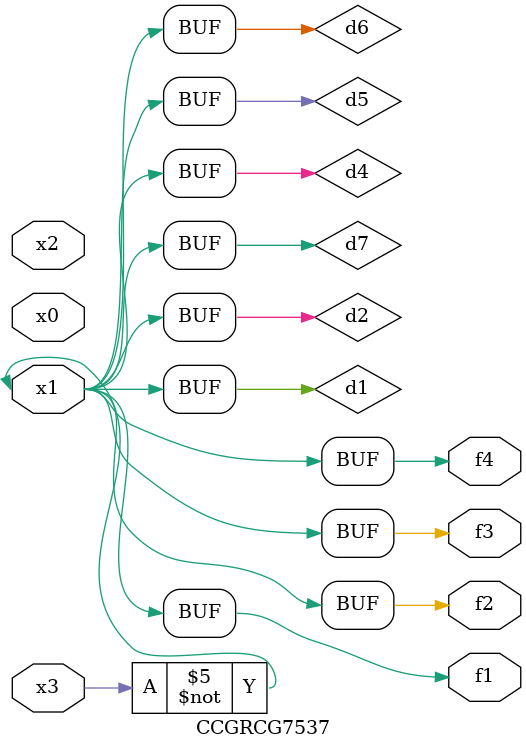
<source format=v>
module CCGRCG7537(
	input x0, x1, x2, x3,
	output f1, f2, f3, f4
);

	wire d1, d2, d3, d4, d5, d6, d7;

	not (d1, x3);
	buf (d2, x1);
	xnor (d3, d1, d2);
	nor (d4, d1);
	buf (d5, d1, d2);
	buf (d6, d4, d5);
	nand (d7, d4);
	assign f1 = d6;
	assign f2 = d7;
	assign f3 = d6;
	assign f4 = d6;
endmodule

</source>
